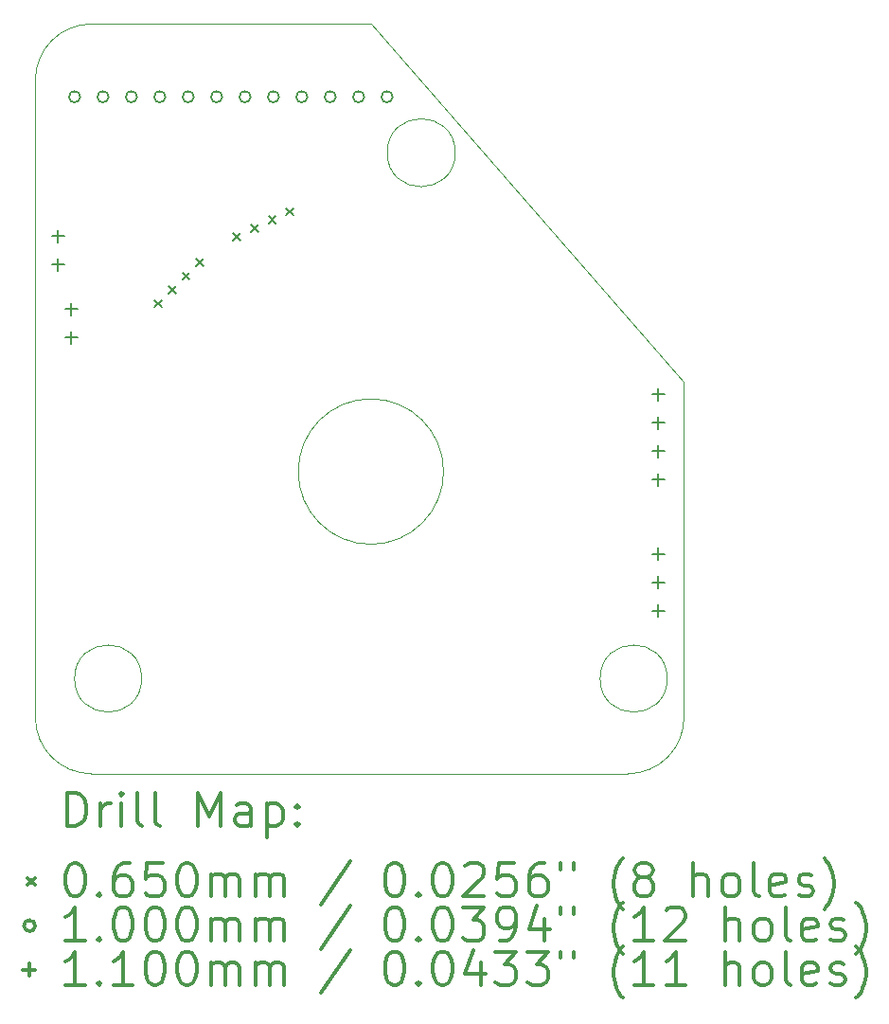
<source format=gbr>
%FSLAX45Y45*%
G04 Gerber Fmt 4.5, Leading zero omitted, Abs format (unit mm)*
G04 Created by KiCad (PCBNEW 5.1.10-88a1d61d58~88~ubuntu18.04.1) date 2024-08-03 22:25:54*
%MOMM*%
%LPD*%
G01*
G04 APERTURE LIST*
%TA.AperFunction,Profile*%
%ADD10C,0.050000*%
%TD*%
%ADD11C,0.200000*%
%ADD12C,0.300000*%
G04 APERTURE END LIST*
D10*
X17450000Y-10850000D02*
G75*
G03*
X17450000Y-10850000I-300000J0D01*
G01*
X12750000Y-10850000D02*
G75*
G03*
X12750000Y-10850000I-300000J0D01*
G01*
X15554138Y-6150000D02*
G75*
G03*
X15554138Y-6150000I-304138J0D01*
G01*
X15450000Y-9000000D02*
G75*
G03*
X15450000Y-9000000I-650000J0D01*
G01*
X12300000Y-5000000D02*
X14800000Y-5000000D01*
X17600000Y-11200000D02*
G75*
G02*
X17100000Y-11700000I-500000J0D01*
G01*
X12300000Y-11700000D02*
G75*
G02*
X11800000Y-11200000I0J500000D01*
G01*
X11800000Y-5500000D02*
G75*
G02*
X12300000Y-5000000I500000J0D01*
G01*
X17600000Y-8200000D02*
X14800000Y-5000000D01*
X17600000Y-11200000D02*
X17600000Y-8200000D01*
X12300000Y-11700000D02*
X17100000Y-11700000D01*
X11800000Y-5500000D02*
X11800000Y-11200000D01*
D11*
X12867500Y-7467500D02*
X12932500Y-7532500D01*
X12932500Y-7467500D02*
X12867500Y-7532500D01*
X12991244Y-7343756D02*
X13056244Y-7408756D01*
X13056244Y-7343756D02*
X12991244Y-7408756D01*
X13114987Y-7220013D02*
X13179987Y-7285013D01*
X13179987Y-7220013D02*
X13114987Y-7285013D01*
X13238731Y-7096269D02*
X13303731Y-7161269D01*
X13303731Y-7096269D02*
X13238731Y-7161269D01*
X13567500Y-6867500D02*
X13632500Y-6932500D01*
X13632500Y-6867500D02*
X13567500Y-6932500D01*
X13726104Y-6793542D02*
X13791104Y-6858542D01*
X13791104Y-6793542D02*
X13726104Y-6858542D01*
X13884708Y-6719584D02*
X13949708Y-6784584D01*
X13949708Y-6719584D02*
X13884708Y-6784584D01*
X14043312Y-6645625D02*
X14108312Y-6710625D01*
X14108312Y-6645625D02*
X14043312Y-6710625D01*
X12200000Y-5650000D02*
G75*
G03*
X12200000Y-5650000I-50000J0D01*
G01*
X12454000Y-5650000D02*
G75*
G03*
X12454000Y-5650000I-50000J0D01*
G01*
X12708000Y-5650000D02*
G75*
G03*
X12708000Y-5650000I-50000J0D01*
G01*
X12962000Y-5650000D02*
G75*
G03*
X12962000Y-5650000I-50000J0D01*
G01*
X13216000Y-5650000D02*
G75*
G03*
X13216000Y-5650000I-50000J0D01*
G01*
X13470000Y-5650000D02*
G75*
G03*
X13470000Y-5650000I-50000J0D01*
G01*
X13724000Y-5650000D02*
G75*
G03*
X13724000Y-5650000I-50000J0D01*
G01*
X13978000Y-5650000D02*
G75*
G03*
X13978000Y-5650000I-50000J0D01*
G01*
X14232000Y-5650000D02*
G75*
G03*
X14232000Y-5650000I-50000J0D01*
G01*
X14486000Y-5650000D02*
G75*
G03*
X14486000Y-5650000I-50000J0D01*
G01*
X14740000Y-5650000D02*
G75*
G03*
X14740000Y-5650000I-50000J0D01*
G01*
X14994000Y-5650000D02*
G75*
G03*
X14994000Y-5650000I-50000J0D01*
G01*
X12000000Y-6841000D02*
X12000000Y-6951000D01*
X11945000Y-6896000D02*
X12055000Y-6896000D01*
X12000000Y-7095000D02*
X12000000Y-7205000D01*
X11945000Y-7150000D02*
X12055000Y-7150000D01*
X12120000Y-7491000D02*
X12120000Y-7601000D01*
X12065000Y-7546000D02*
X12175000Y-7546000D01*
X12120000Y-7745000D02*
X12120000Y-7855000D01*
X12065000Y-7800000D02*
X12175000Y-7800000D01*
X17370000Y-8255000D02*
X17370000Y-8365000D01*
X17315000Y-8310000D02*
X17425000Y-8310000D01*
X17370000Y-8509000D02*
X17370000Y-8619000D01*
X17315000Y-8564000D02*
X17425000Y-8564000D01*
X17370000Y-8763000D02*
X17370000Y-8873000D01*
X17315000Y-8818000D02*
X17425000Y-8818000D01*
X17370000Y-9017000D02*
X17370000Y-9127000D01*
X17315000Y-9072000D02*
X17425000Y-9072000D01*
X17370000Y-9680000D02*
X17370000Y-9790000D01*
X17315000Y-9735000D02*
X17425000Y-9735000D01*
X17370000Y-9934000D02*
X17370000Y-10044000D01*
X17315000Y-9989000D02*
X17425000Y-9989000D01*
X17370000Y-10188000D02*
X17370000Y-10298000D01*
X17315000Y-10243000D02*
X17425000Y-10243000D01*
D12*
X12083928Y-12168214D02*
X12083928Y-11868214D01*
X12155357Y-11868214D01*
X12198214Y-11882500D01*
X12226786Y-11911071D01*
X12241071Y-11939643D01*
X12255357Y-11996786D01*
X12255357Y-12039643D01*
X12241071Y-12096786D01*
X12226786Y-12125357D01*
X12198214Y-12153929D01*
X12155357Y-12168214D01*
X12083928Y-12168214D01*
X12383928Y-12168214D02*
X12383928Y-11968214D01*
X12383928Y-12025357D02*
X12398214Y-11996786D01*
X12412500Y-11982500D01*
X12441071Y-11968214D01*
X12469643Y-11968214D01*
X12569643Y-12168214D02*
X12569643Y-11968214D01*
X12569643Y-11868214D02*
X12555357Y-11882500D01*
X12569643Y-11896786D01*
X12583928Y-11882500D01*
X12569643Y-11868214D01*
X12569643Y-11896786D01*
X12755357Y-12168214D02*
X12726786Y-12153929D01*
X12712500Y-12125357D01*
X12712500Y-11868214D01*
X12912500Y-12168214D02*
X12883928Y-12153929D01*
X12869643Y-12125357D01*
X12869643Y-11868214D01*
X13255357Y-12168214D02*
X13255357Y-11868214D01*
X13355357Y-12082500D01*
X13455357Y-11868214D01*
X13455357Y-12168214D01*
X13726786Y-12168214D02*
X13726786Y-12011071D01*
X13712500Y-11982500D01*
X13683928Y-11968214D01*
X13626786Y-11968214D01*
X13598214Y-11982500D01*
X13726786Y-12153929D02*
X13698214Y-12168214D01*
X13626786Y-12168214D01*
X13598214Y-12153929D01*
X13583928Y-12125357D01*
X13583928Y-12096786D01*
X13598214Y-12068214D01*
X13626786Y-12053929D01*
X13698214Y-12053929D01*
X13726786Y-12039643D01*
X13869643Y-11968214D02*
X13869643Y-12268214D01*
X13869643Y-11982500D02*
X13898214Y-11968214D01*
X13955357Y-11968214D01*
X13983928Y-11982500D01*
X13998214Y-11996786D01*
X14012500Y-12025357D01*
X14012500Y-12111071D01*
X13998214Y-12139643D01*
X13983928Y-12153929D01*
X13955357Y-12168214D01*
X13898214Y-12168214D01*
X13869643Y-12153929D01*
X14141071Y-12139643D02*
X14155357Y-12153929D01*
X14141071Y-12168214D01*
X14126786Y-12153929D01*
X14141071Y-12139643D01*
X14141071Y-12168214D01*
X14141071Y-11982500D02*
X14155357Y-11996786D01*
X14141071Y-12011071D01*
X14126786Y-11996786D01*
X14141071Y-11982500D01*
X14141071Y-12011071D01*
X11732500Y-12630000D02*
X11797500Y-12695000D01*
X11797500Y-12630000D02*
X11732500Y-12695000D01*
X12141071Y-12498214D02*
X12169643Y-12498214D01*
X12198214Y-12512500D01*
X12212500Y-12526786D01*
X12226786Y-12555357D01*
X12241071Y-12612500D01*
X12241071Y-12683929D01*
X12226786Y-12741071D01*
X12212500Y-12769643D01*
X12198214Y-12783929D01*
X12169643Y-12798214D01*
X12141071Y-12798214D01*
X12112500Y-12783929D01*
X12098214Y-12769643D01*
X12083928Y-12741071D01*
X12069643Y-12683929D01*
X12069643Y-12612500D01*
X12083928Y-12555357D01*
X12098214Y-12526786D01*
X12112500Y-12512500D01*
X12141071Y-12498214D01*
X12369643Y-12769643D02*
X12383928Y-12783929D01*
X12369643Y-12798214D01*
X12355357Y-12783929D01*
X12369643Y-12769643D01*
X12369643Y-12798214D01*
X12641071Y-12498214D02*
X12583928Y-12498214D01*
X12555357Y-12512500D01*
X12541071Y-12526786D01*
X12512500Y-12569643D01*
X12498214Y-12626786D01*
X12498214Y-12741071D01*
X12512500Y-12769643D01*
X12526786Y-12783929D01*
X12555357Y-12798214D01*
X12612500Y-12798214D01*
X12641071Y-12783929D01*
X12655357Y-12769643D01*
X12669643Y-12741071D01*
X12669643Y-12669643D01*
X12655357Y-12641071D01*
X12641071Y-12626786D01*
X12612500Y-12612500D01*
X12555357Y-12612500D01*
X12526786Y-12626786D01*
X12512500Y-12641071D01*
X12498214Y-12669643D01*
X12941071Y-12498214D02*
X12798214Y-12498214D01*
X12783928Y-12641071D01*
X12798214Y-12626786D01*
X12826786Y-12612500D01*
X12898214Y-12612500D01*
X12926786Y-12626786D01*
X12941071Y-12641071D01*
X12955357Y-12669643D01*
X12955357Y-12741071D01*
X12941071Y-12769643D01*
X12926786Y-12783929D01*
X12898214Y-12798214D01*
X12826786Y-12798214D01*
X12798214Y-12783929D01*
X12783928Y-12769643D01*
X13141071Y-12498214D02*
X13169643Y-12498214D01*
X13198214Y-12512500D01*
X13212500Y-12526786D01*
X13226786Y-12555357D01*
X13241071Y-12612500D01*
X13241071Y-12683929D01*
X13226786Y-12741071D01*
X13212500Y-12769643D01*
X13198214Y-12783929D01*
X13169643Y-12798214D01*
X13141071Y-12798214D01*
X13112500Y-12783929D01*
X13098214Y-12769643D01*
X13083928Y-12741071D01*
X13069643Y-12683929D01*
X13069643Y-12612500D01*
X13083928Y-12555357D01*
X13098214Y-12526786D01*
X13112500Y-12512500D01*
X13141071Y-12498214D01*
X13369643Y-12798214D02*
X13369643Y-12598214D01*
X13369643Y-12626786D02*
X13383928Y-12612500D01*
X13412500Y-12598214D01*
X13455357Y-12598214D01*
X13483928Y-12612500D01*
X13498214Y-12641071D01*
X13498214Y-12798214D01*
X13498214Y-12641071D02*
X13512500Y-12612500D01*
X13541071Y-12598214D01*
X13583928Y-12598214D01*
X13612500Y-12612500D01*
X13626786Y-12641071D01*
X13626786Y-12798214D01*
X13769643Y-12798214D02*
X13769643Y-12598214D01*
X13769643Y-12626786D02*
X13783928Y-12612500D01*
X13812500Y-12598214D01*
X13855357Y-12598214D01*
X13883928Y-12612500D01*
X13898214Y-12641071D01*
X13898214Y-12798214D01*
X13898214Y-12641071D02*
X13912500Y-12612500D01*
X13941071Y-12598214D01*
X13983928Y-12598214D01*
X14012500Y-12612500D01*
X14026786Y-12641071D01*
X14026786Y-12798214D01*
X14612500Y-12483929D02*
X14355357Y-12869643D01*
X14998214Y-12498214D02*
X15026786Y-12498214D01*
X15055357Y-12512500D01*
X15069643Y-12526786D01*
X15083928Y-12555357D01*
X15098214Y-12612500D01*
X15098214Y-12683929D01*
X15083928Y-12741071D01*
X15069643Y-12769643D01*
X15055357Y-12783929D01*
X15026786Y-12798214D01*
X14998214Y-12798214D01*
X14969643Y-12783929D01*
X14955357Y-12769643D01*
X14941071Y-12741071D01*
X14926786Y-12683929D01*
X14926786Y-12612500D01*
X14941071Y-12555357D01*
X14955357Y-12526786D01*
X14969643Y-12512500D01*
X14998214Y-12498214D01*
X15226786Y-12769643D02*
X15241071Y-12783929D01*
X15226786Y-12798214D01*
X15212500Y-12783929D01*
X15226786Y-12769643D01*
X15226786Y-12798214D01*
X15426786Y-12498214D02*
X15455357Y-12498214D01*
X15483928Y-12512500D01*
X15498214Y-12526786D01*
X15512500Y-12555357D01*
X15526786Y-12612500D01*
X15526786Y-12683929D01*
X15512500Y-12741071D01*
X15498214Y-12769643D01*
X15483928Y-12783929D01*
X15455357Y-12798214D01*
X15426786Y-12798214D01*
X15398214Y-12783929D01*
X15383928Y-12769643D01*
X15369643Y-12741071D01*
X15355357Y-12683929D01*
X15355357Y-12612500D01*
X15369643Y-12555357D01*
X15383928Y-12526786D01*
X15398214Y-12512500D01*
X15426786Y-12498214D01*
X15641071Y-12526786D02*
X15655357Y-12512500D01*
X15683928Y-12498214D01*
X15755357Y-12498214D01*
X15783928Y-12512500D01*
X15798214Y-12526786D01*
X15812500Y-12555357D01*
X15812500Y-12583929D01*
X15798214Y-12626786D01*
X15626786Y-12798214D01*
X15812500Y-12798214D01*
X16083928Y-12498214D02*
X15941071Y-12498214D01*
X15926786Y-12641071D01*
X15941071Y-12626786D01*
X15969643Y-12612500D01*
X16041071Y-12612500D01*
X16069643Y-12626786D01*
X16083928Y-12641071D01*
X16098214Y-12669643D01*
X16098214Y-12741071D01*
X16083928Y-12769643D01*
X16069643Y-12783929D01*
X16041071Y-12798214D01*
X15969643Y-12798214D01*
X15941071Y-12783929D01*
X15926786Y-12769643D01*
X16355357Y-12498214D02*
X16298214Y-12498214D01*
X16269643Y-12512500D01*
X16255357Y-12526786D01*
X16226786Y-12569643D01*
X16212500Y-12626786D01*
X16212500Y-12741071D01*
X16226786Y-12769643D01*
X16241071Y-12783929D01*
X16269643Y-12798214D01*
X16326786Y-12798214D01*
X16355357Y-12783929D01*
X16369643Y-12769643D01*
X16383928Y-12741071D01*
X16383928Y-12669643D01*
X16369643Y-12641071D01*
X16355357Y-12626786D01*
X16326786Y-12612500D01*
X16269643Y-12612500D01*
X16241071Y-12626786D01*
X16226786Y-12641071D01*
X16212500Y-12669643D01*
X16498214Y-12498214D02*
X16498214Y-12555357D01*
X16612500Y-12498214D02*
X16612500Y-12555357D01*
X17055357Y-12912500D02*
X17041071Y-12898214D01*
X17012500Y-12855357D01*
X16998214Y-12826786D01*
X16983928Y-12783929D01*
X16969643Y-12712500D01*
X16969643Y-12655357D01*
X16983928Y-12583929D01*
X16998214Y-12541071D01*
X17012500Y-12512500D01*
X17041071Y-12469643D01*
X17055357Y-12455357D01*
X17212500Y-12626786D02*
X17183928Y-12612500D01*
X17169643Y-12598214D01*
X17155357Y-12569643D01*
X17155357Y-12555357D01*
X17169643Y-12526786D01*
X17183928Y-12512500D01*
X17212500Y-12498214D01*
X17269643Y-12498214D01*
X17298214Y-12512500D01*
X17312500Y-12526786D01*
X17326786Y-12555357D01*
X17326786Y-12569643D01*
X17312500Y-12598214D01*
X17298214Y-12612500D01*
X17269643Y-12626786D01*
X17212500Y-12626786D01*
X17183928Y-12641071D01*
X17169643Y-12655357D01*
X17155357Y-12683929D01*
X17155357Y-12741071D01*
X17169643Y-12769643D01*
X17183928Y-12783929D01*
X17212500Y-12798214D01*
X17269643Y-12798214D01*
X17298214Y-12783929D01*
X17312500Y-12769643D01*
X17326786Y-12741071D01*
X17326786Y-12683929D01*
X17312500Y-12655357D01*
X17298214Y-12641071D01*
X17269643Y-12626786D01*
X17683928Y-12798214D02*
X17683928Y-12498214D01*
X17812500Y-12798214D02*
X17812500Y-12641071D01*
X17798214Y-12612500D01*
X17769643Y-12598214D01*
X17726786Y-12598214D01*
X17698214Y-12612500D01*
X17683928Y-12626786D01*
X17998214Y-12798214D02*
X17969643Y-12783929D01*
X17955357Y-12769643D01*
X17941071Y-12741071D01*
X17941071Y-12655357D01*
X17955357Y-12626786D01*
X17969643Y-12612500D01*
X17998214Y-12598214D01*
X18041071Y-12598214D01*
X18069643Y-12612500D01*
X18083928Y-12626786D01*
X18098214Y-12655357D01*
X18098214Y-12741071D01*
X18083928Y-12769643D01*
X18069643Y-12783929D01*
X18041071Y-12798214D01*
X17998214Y-12798214D01*
X18269643Y-12798214D02*
X18241071Y-12783929D01*
X18226786Y-12755357D01*
X18226786Y-12498214D01*
X18498214Y-12783929D02*
X18469643Y-12798214D01*
X18412500Y-12798214D01*
X18383928Y-12783929D01*
X18369643Y-12755357D01*
X18369643Y-12641071D01*
X18383928Y-12612500D01*
X18412500Y-12598214D01*
X18469643Y-12598214D01*
X18498214Y-12612500D01*
X18512500Y-12641071D01*
X18512500Y-12669643D01*
X18369643Y-12698214D01*
X18626786Y-12783929D02*
X18655357Y-12798214D01*
X18712500Y-12798214D01*
X18741071Y-12783929D01*
X18755357Y-12755357D01*
X18755357Y-12741071D01*
X18741071Y-12712500D01*
X18712500Y-12698214D01*
X18669643Y-12698214D01*
X18641071Y-12683929D01*
X18626786Y-12655357D01*
X18626786Y-12641071D01*
X18641071Y-12612500D01*
X18669643Y-12598214D01*
X18712500Y-12598214D01*
X18741071Y-12612500D01*
X18855357Y-12912500D02*
X18869643Y-12898214D01*
X18898214Y-12855357D01*
X18912500Y-12826786D01*
X18926786Y-12783929D01*
X18941071Y-12712500D01*
X18941071Y-12655357D01*
X18926786Y-12583929D01*
X18912500Y-12541071D01*
X18898214Y-12512500D01*
X18869643Y-12469643D01*
X18855357Y-12455357D01*
X11797500Y-13058500D02*
G75*
G03*
X11797500Y-13058500I-50000J0D01*
G01*
X12241071Y-13194214D02*
X12069643Y-13194214D01*
X12155357Y-13194214D02*
X12155357Y-12894214D01*
X12126786Y-12937071D01*
X12098214Y-12965643D01*
X12069643Y-12979929D01*
X12369643Y-13165643D02*
X12383928Y-13179929D01*
X12369643Y-13194214D01*
X12355357Y-13179929D01*
X12369643Y-13165643D01*
X12369643Y-13194214D01*
X12569643Y-12894214D02*
X12598214Y-12894214D01*
X12626786Y-12908500D01*
X12641071Y-12922786D01*
X12655357Y-12951357D01*
X12669643Y-13008500D01*
X12669643Y-13079929D01*
X12655357Y-13137071D01*
X12641071Y-13165643D01*
X12626786Y-13179929D01*
X12598214Y-13194214D01*
X12569643Y-13194214D01*
X12541071Y-13179929D01*
X12526786Y-13165643D01*
X12512500Y-13137071D01*
X12498214Y-13079929D01*
X12498214Y-13008500D01*
X12512500Y-12951357D01*
X12526786Y-12922786D01*
X12541071Y-12908500D01*
X12569643Y-12894214D01*
X12855357Y-12894214D02*
X12883928Y-12894214D01*
X12912500Y-12908500D01*
X12926786Y-12922786D01*
X12941071Y-12951357D01*
X12955357Y-13008500D01*
X12955357Y-13079929D01*
X12941071Y-13137071D01*
X12926786Y-13165643D01*
X12912500Y-13179929D01*
X12883928Y-13194214D01*
X12855357Y-13194214D01*
X12826786Y-13179929D01*
X12812500Y-13165643D01*
X12798214Y-13137071D01*
X12783928Y-13079929D01*
X12783928Y-13008500D01*
X12798214Y-12951357D01*
X12812500Y-12922786D01*
X12826786Y-12908500D01*
X12855357Y-12894214D01*
X13141071Y-12894214D02*
X13169643Y-12894214D01*
X13198214Y-12908500D01*
X13212500Y-12922786D01*
X13226786Y-12951357D01*
X13241071Y-13008500D01*
X13241071Y-13079929D01*
X13226786Y-13137071D01*
X13212500Y-13165643D01*
X13198214Y-13179929D01*
X13169643Y-13194214D01*
X13141071Y-13194214D01*
X13112500Y-13179929D01*
X13098214Y-13165643D01*
X13083928Y-13137071D01*
X13069643Y-13079929D01*
X13069643Y-13008500D01*
X13083928Y-12951357D01*
X13098214Y-12922786D01*
X13112500Y-12908500D01*
X13141071Y-12894214D01*
X13369643Y-13194214D02*
X13369643Y-12994214D01*
X13369643Y-13022786D02*
X13383928Y-13008500D01*
X13412500Y-12994214D01*
X13455357Y-12994214D01*
X13483928Y-13008500D01*
X13498214Y-13037071D01*
X13498214Y-13194214D01*
X13498214Y-13037071D02*
X13512500Y-13008500D01*
X13541071Y-12994214D01*
X13583928Y-12994214D01*
X13612500Y-13008500D01*
X13626786Y-13037071D01*
X13626786Y-13194214D01*
X13769643Y-13194214D02*
X13769643Y-12994214D01*
X13769643Y-13022786D02*
X13783928Y-13008500D01*
X13812500Y-12994214D01*
X13855357Y-12994214D01*
X13883928Y-13008500D01*
X13898214Y-13037071D01*
X13898214Y-13194214D01*
X13898214Y-13037071D02*
X13912500Y-13008500D01*
X13941071Y-12994214D01*
X13983928Y-12994214D01*
X14012500Y-13008500D01*
X14026786Y-13037071D01*
X14026786Y-13194214D01*
X14612500Y-12879929D02*
X14355357Y-13265643D01*
X14998214Y-12894214D02*
X15026786Y-12894214D01*
X15055357Y-12908500D01*
X15069643Y-12922786D01*
X15083928Y-12951357D01*
X15098214Y-13008500D01*
X15098214Y-13079929D01*
X15083928Y-13137071D01*
X15069643Y-13165643D01*
X15055357Y-13179929D01*
X15026786Y-13194214D01*
X14998214Y-13194214D01*
X14969643Y-13179929D01*
X14955357Y-13165643D01*
X14941071Y-13137071D01*
X14926786Y-13079929D01*
X14926786Y-13008500D01*
X14941071Y-12951357D01*
X14955357Y-12922786D01*
X14969643Y-12908500D01*
X14998214Y-12894214D01*
X15226786Y-13165643D02*
X15241071Y-13179929D01*
X15226786Y-13194214D01*
X15212500Y-13179929D01*
X15226786Y-13165643D01*
X15226786Y-13194214D01*
X15426786Y-12894214D02*
X15455357Y-12894214D01*
X15483928Y-12908500D01*
X15498214Y-12922786D01*
X15512500Y-12951357D01*
X15526786Y-13008500D01*
X15526786Y-13079929D01*
X15512500Y-13137071D01*
X15498214Y-13165643D01*
X15483928Y-13179929D01*
X15455357Y-13194214D01*
X15426786Y-13194214D01*
X15398214Y-13179929D01*
X15383928Y-13165643D01*
X15369643Y-13137071D01*
X15355357Y-13079929D01*
X15355357Y-13008500D01*
X15369643Y-12951357D01*
X15383928Y-12922786D01*
X15398214Y-12908500D01*
X15426786Y-12894214D01*
X15626786Y-12894214D02*
X15812500Y-12894214D01*
X15712500Y-13008500D01*
X15755357Y-13008500D01*
X15783928Y-13022786D01*
X15798214Y-13037071D01*
X15812500Y-13065643D01*
X15812500Y-13137071D01*
X15798214Y-13165643D01*
X15783928Y-13179929D01*
X15755357Y-13194214D01*
X15669643Y-13194214D01*
X15641071Y-13179929D01*
X15626786Y-13165643D01*
X15955357Y-13194214D02*
X16012500Y-13194214D01*
X16041071Y-13179929D01*
X16055357Y-13165643D01*
X16083928Y-13122786D01*
X16098214Y-13065643D01*
X16098214Y-12951357D01*
X16083928Y-12922786D01*
X16069643Y-12908500D01*
X16041071Y-12894214D01*
X15983928Y-12894214D01*
X15955357Y-12908500D01*
X15941071Y-12922786D01*
X15926786Y-12951357D01*
X15926786Y-13022786D01*
X15941071Y-13051357D01*
X15955357Y-13065643D01*
X15983928Y-13079929D01*
X16041071Y-13079929D01*
X16069643Y-13065643D01*
X16083928Y-13051357D01*
X16098214Y-13022786D01*
X16355357Y-12994214D02*
X16355357Y-13194214D01*
X16283928Y-12879929D02*
X16212500Y-13094214D01*
X16398214Y-13094214D01*
X16498214Y-12894214D02*
X16498214Y-12951357D01*
X16612500Y-12894214D02*
X16612500Y-12951357D01*
X17055357Y-13308500D02*
X17041071Y-13294214D01*
X17012500Y-13251357D01*
X16998214Y-13222786D01*
X16983928Y-13179929D01*
X16969643Y-13108500D01*
X16969643Y-13051357D01*
X16983928Y-12979929D01*
X16998214Y-12937071D01*
X17012500Y-12908500D01*
X17041071Y-12865643D01*
X17055357Y-12851357D01*
X17326786Y-13194214D02*
X17155357Y-13194214D01*
X17241071Y-13194214D02*
X17241071Y-12894214D01*
X17212500Y-12937071D01*
X17183928Y-12965643D01*
X17155357Y-12979929D01*
X17441071Y-12922786D02*
X17455357Y-12908500D01*
X17483928Y-12894214D01*
X17555357Y-12894214D01*
X17583928Y-12908500D01*
X17598214Y-12922786D01*
X17612500Y-12951357D01*
X17612500Y-12979929D01*
X17598214Y-13022786D01*
X17426786Y-13194214D01*
X17612500Y-13194214D01*
X17969643Y-13194214D02*
X17969643Y-12894214D01*
X18098214Y-13194214D02*
X18098214Y-13037071D01*
X18083928Y-13008500D01*
X18055357Y-12994214D01*
X18012500Y-12994214D01*
X17983928Y-13008500D01*
X17969643Y-13022786D01*
X18283928Y-13194214D02*
X18255357Y-13179929D01*
X18241071Y-13165643D01*
X18226786Y-13137071D01*
X18226786Y-13051357D01*
X18241071Y-13022786D01*
X18255357Y-13008500D01*
X18283928Y-12994214D01*
X18326786Y-12994214D01*
X18355357Y-13008500D01*
X18369643Y-13022786D01*
X18383928Y-13051357D01*
X18383928Y-13137071D01*
X18369643Y-13165643D01*
X18355357Y-13179929D01*
X18326786Y-13194214D01*
X18283928Y-13194214D01*
X18555357Y-13194214D02*
X18526786Y-13179929D01*
X18512500Y-13151357D01*
X18512500Y-12894214D01*
X18783928Y-13179929D02*
X18755357Y-13194214D01*
X18698214Y-13194214D01*
X18669643Y-13179929D01*
X18655357Y-13151357D01*
X18655357Y-13037071D01*
X18669643Y-13008500D01*
X18698214Y-12994214D01*
X18755357Y-12994214D01*
X18783928Y-13008500D01*
X18798214Y-13037071D01*
X18798214Y-13065643D01*
X18655357Y-13094214D01*
X18912500Y-13179929D02*
X18941071Y-13194214D01*
X18998214Y-13194214D01*
X19026786Y-13179929D01*
X19041071Y-13151357D01*
X19041071Y-13137071D01*
X19026786Y-13108500D01*
X18998214Y-13094214D01*
X18955357Y-13094214D01*
X18926786Y-13079929D01*
X18912500Y-13051357D01*
X18912500Y-13037071D01*
X18926786Y-13008500D01*
X18955357Y-12994214D01*
X18998214Y-12994214D01*
X19026786Y-13008500D01*
X19141071Y-13308500D02*
X19155357Y-13294214D01*
X19183928Y-13251357D01*
X19198214Y-13222786D01*
X19212500Y-13179929D01*
X19226786Y-13108500D01*
X19226786Y-13051357D01*
X19212500Y-12979929D01*
X19198214Y-12937071D01*
X19183928Y-12908500D01*
X19155357Y-12865643D01*
X19141071Y-12851357D01*
X11742500Y-13399500D02*
X11742500Y-13509500D01*
X11687500Y-13454500D02*
X11797500Y-13454500D01*
X12241071Y-13590214D02*
X12069643Y-13590214D01*
X12155357Y-13590214D02*
X12155357Y-13290214D01*
X12126786Y-13333071D01*
X12098214Y-13361643D01*
X12069643Y-13375929D01*
X12369643Y-13561643D02*
X12383928Y-13575929D01*
X12369643Y-13590214D01*
X12355357Y-13575929D01*
X12369643Y-13561643D01*
X12369643Y-13590214D01*
X12669643Y-13590214D02*
X12498214Y-13590214D01*
X12583928Y-13590214D02*
X12583928Y-13290214D01*
X12555357Y-13333071D01*
X12526786Y-13361643D01*
X12498214Y-13375929D01*
X12855357Y-13290214D02*
X12883928Y-13290214D01*
X12912500Y-13304500D01*
X12926786Y-13318786D01*
X12941071Y-13347357D01*
X12955357Y-13404500D01*
X12955357Y-13475929D01*
X12941071Y-13533071D01*
X12926786Y-13561643D01*
X12912500Y-13575929D01*
X12883928Y-13590214D01*
X12855357Y-13590214D01*
X12826786Y-13575929D01*
X12812500Y-13561643D01*
X12798214Y-13533071D01*
X12783928Y-13475929D01*
X12783928Y-13404500D01*
X12798214Y-13347357D01*
X12812500Y-13318786D01*
X12826786Y-13304500D01*
X12855357Y-13290214D01*
X13141071Y-13290214D02*
X13169643Y-13290214D01*
X13198214Y-13304500D01*
X13212500Y-13318786D01*
X13226786Y-13347357D01*
X13241071Y-13404500D01*
X13241071Y-13475929D01*
X13226786Y-13533071D01*
X13212500Y-13561643D01*
X13198214Y-13575929D01*
X13169643Y-13590214D01*
X13141071Y-13590214D01*
X13112500Y-13575929D01*
X13098214Y-13561643D01*
X13083928Y-13533071D01*
X13069643Y-13475929D01*
X13069643Y-13404500D01*
X13083928Y-13347357D01*
X13098214Y-13318786D01*
X13112500Y-13304500D01*
X13141071Y-13290214D01*
X13369643Y-13590214D02*
X13369643Y-13390214D01*
X13369643Y-13418786D02*
X13383928Y-13404500D01*
X13412500Y-13390214D01*
X13455357Y-13390214D01*
X13483928Y-13404500D01*
X13498214Y-13433071D01*
X13498214Y-13590214D01*
X13498214Y-13433071D02*
X13512500Y-13404500D01*
X13541071Y-13390214D01*
X13583928Y-13390214D01*
X13612500Y-13404500D01*
X13626786Y-13433071D01*
X13626786Y-13590214D01*
X13769643Y-13590214D02*
X13769643Y-13390214D01*
X13769643Y-13418786D02*
X13783928Y-13404500D01*
X13812500Y-13390214D01*
X13855357Y-13390214D01*
X13883928Y-13404500D01*
X13898214Y-13433071D01*
X13898214Y-13590214D01*
X13898214Y-13433071D02*
X13912500Y-13404500D01*
X13941071Y-13390214D01*
X13983928Y-13390214D01*
X14012500Y-13404500D01*
X14026786Y-13433071D01*
X14026786Y-13590214D01*
X14612500Y-13275929D02*
X14355357Y-13661643D01*
X14998214Y-13290214D02*
X15026786Y-13290214D01*
X15055357Y-13304500D01*
X15069643Y-13318786D01*
X15083928Y-13347357D01*
X15098214Y-13404500D01*
X15098214Y-13475929D01*
X15083928Y-13533071D01*
X15069643Y-13561643D01*
X15055357Y-13575929D01*
X15026786Y-13590214D01*
X14998214Y-13590214D01*
X14969643Y-13575929D01*
X14955357Y-13561643D01*
X14941071Y-13533071D01*
X14926786Y-13475929D01*
X14926786Y-13404500D01*
X14941071Y-13347357D01*
X14955357Y-13318786D01*
X14969643Y-13304500D01*
X14998214Y-13290214D01*
X15226786Y-13561643D02*
X15241071Y-13575929D01*
X15226786Y-13590214D01*
X15212500Y-13575929D01*
X15226786Y-13561643D01*
X15226786Y-13590214D01*
X15426786Y-13290214D02*
X15455357Y-13290214D01*
X15483928Y-13304500D01*
X15498214Y-13318786D01*
X15512500Y-13347357D01*
X15526786Y-13404500D01*
X15526786Y-13475929D01*
X15512500Y-13533071D01*
X15498214Y-13561643D01*
X15483928Y-13575929D01*
X15455357Y-13590214D01*
X15426786Y-13590214D01*
X15398214Y-13575929D01*
X15383928Y-13561643D01*
X15369643Y-13533071D01*
X15355357Y-13475929D01*
X15355357Y-13404500D01*
X15369643Y-13347357D01*
X15383928Y-13318786D01*
X15398214Y-13304500D01*
X15426786Y-13290214D01*
X15783928Y-13390214D02*
X15783928Y-13590214D01*
X15712500Y-13275929D02*
X15641071Y-13490214D01*
X15826786Y-13490214D01*
X15912500Y-13290214D02*
X16098214Y-13290214D01*
X15998214Y-13404500D01*
X16041071Y-13404500D01*
X16069643Y-13418786D01*
X16083928Y-13433071D01*
X16098214Y-13461643D01*
X16098214Y-13533071D01*
X16083928Y-13561643D01*
X16069643Y-13575929D01*
X16041071Y-13590214D01*
X15955357Y-13590214D01*
X15926786Y-13575929D01*
X15912500Y-13561643D01*
X16198214Y-13290214D02*
X16383928Y-13290214D01*
X16283928Y-13404500D01*
X16326786Y-13404500D01*
X16355357Y-13418786D01*
X16369643Y-13433071D01*
X16383928Y-13461643D01*
X16383928Y-13533071D01*
X16369643Y-13561643D01*
X16355357Y-13575929D01*
X16326786Y-13590214D01*
X16241071Y-13590214D01*
X16212500Y-13575929D01*
X16198214Y-13561643D01*
X16498214Y-13290214D02*
X16498214Y-13347357D01*
X16612500Y-13290214D02*
X16612500Y-13347357D01*
X17055357Y-13704500D02*
X17041071Y-13690214D01*
X17012500Y-13647357D01*
X16998214Y-13618786D01*
X16983928Y-13575929D01*
X16969643Y-13504500D01*
X16969643Y-13447357D01*
X16983928Y-13375929D01*
X16998214Y-13333071D01*
X17012500Y-13304500D01*
X17041071Y-13261643D01*
X17055357Y-13247357D01*
X17326786Y-13590214D02*
X17155357Y-13590214D01*
X17241071Y-13590214D02*
X17241071Y-13290214D01*
X17212500Y-13333071D01*
X17183928Y-13361643D01*
X17155357Y-13375929D01*
X17612500Y-13590214D02*
X17441071Y-13590214D01*
X17526786Y-13590214D02*
X17526786Y-13290214D01*
X17498214Y-13333071D01*
X17469643Y-13361643D01*
X17441071Y-13375929D01*
X17969643Y-13590214D02*
X17969643Y-13290214D01*
X18098214Y-13590214D02*
X18098214Y-13433071D01*
X18083928Y-13404500D01*
X18055357Y-13390214D01*
X18012500Y-13390214D01*
X17983928Y-13404500D01*
X17969643Y-13418786D01*
X18283928Y-13590214D02*
X18255357Y-13575929D01*
X18241071Y-13561643D01*
X18226786Y-13533071D01*
X18226786Y-13447357D01*
X18241071Y-13418786D01*
X18255357Y-13404500D01*
X18283928Y-13390214D01*
X18326786Y-13390214D01*
X18355357Y-13404500D01*
X18369643Y-13418786D01*
X18383928Y-13447357D01*
X18383928Y-13533071D01*
X18369643Y-13561643D01*
X18355357Y-13575929D01*
X18326786Y-13590214D01*
X18283928Y-13590214D01*
X18555357Y-13590214D02*
X18526786Y-13575929D01*
X18512500Y-13547357D01*
X18512500Y-13290214D01*
X18783928Y-13575929D02*
X18755357Y-13590214D01*
X18698214Y-13590214D01*
X18669643Y-13575929D01*
X18655357Y-13547357D01*
X18655357Y-13433071D01*
X18669643Y-13404500D01*
X18698214Y-13390214D01*
X18755357Y-13390214D01*
X18783928Y-13404500D01*
X18798214Y-13433071D01*
X18798214Y-13461643D01*
X18655357Y-13490214D01*
X18912500Y-13575929D02*
X18941071Y-13590214D01*
X18998214Y-13590214D01*
X19026786Y-13575929D01*
X19041071Y-13547357D01*
X19041071Y-13533071D01*
X19026786Y-13504500D01*
X18998214Y-13490214D01*
X18955357Y-13490214D01*
X18926786Y-13475929D01*
X18912500Y-13447357D01*
X18912500Y-13433071D01*
X18926786Y-13404500D01*
X18955357Y-13390214D01*
X18998214Y-13390214D01*
X19026786Y-13404500D01*
X19141071Y-13704500D02*
X19155357Y-13690214D01*
X19183928Y-13647357D01*
X19198214Y-13618786D01*
X19212500Y-13575929D01*
X19226786Y-13504500D01*
X19226786Y-13447357D01*
X19212500Y-13375929D01*
X19198214Y-13333071D01*
X19183928Y-13304500D01*
X19155357Y-13261643D01*
X19141071Y-13247357D01*
M02*

</source>
